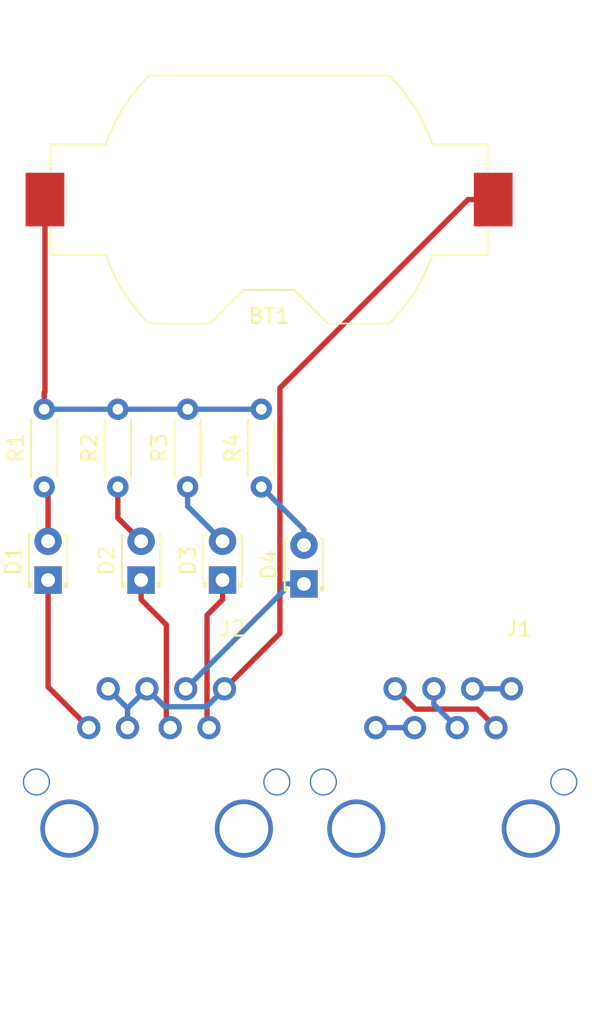
<source format=kicad_pcb>
(kicad_pcb (version 4) (host pcbnew 4.0.7)

  (general
    (links 20)
    (no_connects 0)
    (area 122.495 61.621999 161.644001 128.624001)
    (thickness 1.6)
    (drawings 4)
    (tracks 44)
    (zones 0)
    (modules 11)
    (nets 15)
  )

  (page A4)
  (layers
    (0 F.Cu signal)
    (31 B.Cu signal)
    (32 B.Adhes user)
    (33 F.Adhes user)
    (34 B.Paste user)
    (35 F.Paste user)
    (36 B.SilkS user)
    (37 F.SilkS user)
    (38 B.Mask user)
    (39 F.Mask user)
    (40 Dwgs.User user)
    (41 Cmts.User user)
    (42 Eco1.User user)
    (43 Eco2.User user)
    (44 Edge.Cuts user)
    (45 Margin user)
    (46 B.CrtYd user)
    (47 F.CrtYd user)
    (48 B.Fab user)
    (49 F.Fab user)
  )

  (setup
    (last_trace_width 0.25)
    (trace_clearance 0.2)
    (zone_clearance 0.508)
    (zone_45_only no)
    (trace_min 0.2)
    (segment_width 0.2)
    (edge_width 0.15)
    (via_size 0.6)
    (via_drill 0.4)
    (via_min_size 0.4)
    (via_min_drill 0.3)
    (uvia_size 0.3)
    (uvia_drill 0.1)
    (uvias_allowed no)
    (uvia_min_size 0.2)
    (uvia_min_drill 0.1)
    (pcb_text_width 0.3)
    (pcb_text_size 1.5 1.5)
    (mod_edge_width 0.15)
    (mod_text_size 1 1)
    (mod_text_width 0.15)
    (pad_size 1.524 1.524)
    (pad_drill 0.762)
    (pad_to_mask_clearance 0.2)
    (aux_axis_origin 0 0)
    (visible_elements FFFFFF7F)
    (pcbplotparams
      (layerselection 0x00030_80000001)
      (usegerberextensions false)
      (excludeedgelayer true)
      (linewidth 0.100000)
      (plotframeref false)
      (viasonmask false)
      (mode 1)
      (useauxorigin false)
      (hpglpennumber 1)
      (hpglpenspeed 20)
      (hpglpendiameter 15)
      (hpglpenoverlay 2)
      (psnegative false)
      (psa4output false)
      (plotreference true)
      (plotvalue true)
      (plotinvisibletext false)
      (padsonsilk false)
      (subtractmaskfromsilk false)
      (outputformat 1)
      (mirror false)
      (drillshape 1)
      (scaleselection 1)
      (outputdirectory drawings/))
  )

  (net 0 "")
  (net 1 "Net-(BT1-Pad1)")
  (net 2 "Net-(BT1-Pad2)")
  (net 3 "Net-(D1-Pad1)")
  (net 4 "Net-(D1-Pad2)")
  (net 5 "Net-(D2-Pad1)")
  (net 6 "Net-(D2-Pad2)")
  (net 7 "Net-(D3-Pad1)")
  (net 8 "Net-(D3-Pad2)")
  (net 9 "Net-(D4-Pad1)")
  (net 10 "Net-(D4-Pad2)")
  (net 11 "Net-(J1-Pad7)")
  (net 12 "Net-(J1-Pad3)")
  (net 13 "Net-(J1-Pad4)")
  (net 14 "Net-(J1-Pad1)")

  (net_class Default "To jest domyślna klasa połączeń."
    (clearance 0.2)
    (trace_width 0.25)
    (via_dia 0.6)
    (via_drill 0.4)
    (uvia_dia 0.3)
    (uvia_drill 0.1)
  )

  (net_class main ""
    (clearance 0.2)
    (trace_width 0.35)
    (via_dia 0.6)
    (via_drill 0.4)
    (uvia_dia 0.3)
    (uvia_drill 0.1)
    (add_net "Net-(BT1-Pad1)")
    (add_net "Net-(BT1-Pad2)")
    (add_net "Net-(D1-Pad1)")
    (add_net "Net-(D1-Pad2)")
    (add_net "Net-(D2-Pad1)")
    (add_net "Net-(D2-Pad2)")
    (add_net "Net-(D3-Pad1)")
    (add_net "Net-(D3-Pad2)")
    (add_net "Net-(D4-Pad1)")
    (add_net "Net-(D4-Pad2)")
    (add_net "Net-(J1-Pad1)")
    (add_net "Net-(J1-Pad3)")
    (add_net "Net-(J1-Pad4)")
    (add_net "Net-(J1-Pad7)")
  )

  (module Battery_Holders:Keystone_1058_1x2032-CoinCell (layer F.Cu) (tedit 589EE147) (tstamp 5BBA2F51)
    (at 140.208 74.676)
    (descr http://www.keyelco.com/product-pdf.cfm?p=14028)
    (tags "Keystone type 1058 coin cell retainer")
    (path /5BBA2BBC)
    (attr smd)
    (fp_text reference BT1 (at 0 7.62) (layer F.SilkS)
      (effects (font (size 1 1) (thickness 0.15)))
    )
    (fp_text value +3,3V (at 0 -9.398) (layer F.Fab)
      (effects (font (size 1 1) (thickness 0.15)))
    )
    (fp_arc (start 0 0) (end 11.06 4.11) (angle 139.2) (layer F.CrtYd) (width 0.05))
    (fp_arc (start 0 0) (end -11.06 -4.11) (angle 139.2) (layer F.CrtYd) (width 0.05))
    (fp_line (start 11.06 4.11) (end 16.45 4.11) (layer F.CrtYd) (width 0.05))
    (fp_line (start 16.45 4.11) (end 16.45 -4.11) (layer F.CrtYd) (width 0.05))
    (fp_line (start 16.45 -4.11) (end 11.06 -4.11) (layer F.CrtYd) (width 0.05))
    (fp_line (start -16.45 -4.11) (end -11.06 -4.11) (layer F.CrtYd) (width 0.05))
    (fp_line (start -16.45 -4.11) (end -16.45 4.11) (layer F.CrtYd) (width 0.05))
    (fp_line (start -16.45 4.11) (end -11.06 4.11) (layer F.CrtYd) (width 0.05))
    (fp_arc (start 0 0) (end -10.692 3.61) (angle -27.3) (layer F.SilkS) (width 0.12))
    (fp_arc (start 0 0) (end 10.692 -3.61) (angle -27.3) (layer F.SilkS) (width 0.12))
    (fp_arc (start 0 0) (end 10.692 3.61) (angle 27.3) (layer F.SilkS) (width 0.12))
    (fp_arc (start 0 0) (end -10.692 -3.61) (angle 27.3) (layer F.SilkS) (width 0.12))
    (fp_line (start -14.31 1.9) (end -14.31 3.61) (layer F.SilkS) (width 0.12))
    (fp_line (start -10.692 3.61) (end -14.31 3.61) (layer F.SilkS) (width 0.12))
    (fp_line (start -3.86 8.11) (end -7.8473 8.11) (layer F.SilkS) (width 0.12))
    (fp_line (start -1.66 5.91) (end -3.86 8.11) (layer F.SilkS) (width 0.12))
    (fp_line (start 1.66 5.91) (end -1.66 5.91) (layer F.SilkS) (width 0.12))
    (fp_line (start 1.66 5.91) (end 3.86 8.11) (layer F.SilkS) (width 0.12))
    (fp_line (start 7.8473 8.11) (end 3.86 8.11) (layer F.SilkS) (width 0.12))
    (fp_line (start 14.31 1.9) (end 14.31 3.61) (layer F.SilkS) (width 0.12))
    (fp_line (start 14.31 3.61) (end 10.692 3.61) (layer F.SilkS) (width 0.12))
    (fp_line (start 10.692 -3.61) (end 14.31 -3.61) (layer F.SilkS) (width 0.12))
    (fp_line (start 14.31 -1.9) (end 14.31 -3.61) (layer F.SilkS) (width 0.12))
    (fp_line (start -7.8473 -8.11) (end 7.8473 -8.11) (layer F.SilkS) (width 0.12))
    (fp_line (start -14.31 -1.9) (end -14.31 -3.61) (layer F.SilkS) (width 0.12))
    (fp_line (start -14.31 -3.61) (end -10.692 -3.61) (layer F.SilkS) (width 0.12))
    (fp_arc (start 0 0) (end -10.61275 3.5) (angle -27.4635) (layer F.Fab) (width 0.1))
    (fp_arc (start 0 0) (end 10.61275 -3.5) (angle -27.4635) (layer F.Fab) (width 0.1))
    (fp_arc (start 0 0) (end 10.61275 3.5) (angle 27.4635) (layer F.Fab) (width 0.1))
    (fp_line (start 14.2 1.9) (end 14.2 3.5) (layer F.Fab) (width 0.1))
    (fp_line (start 14.2 3.5) (end 10.61275 3.5) (layer F.Fab) (width 0.1))
    (fp_line (start 10.61275 -3.5) (end 14.2 -3.5) (layer F.Fab) (width 0.1))
    (fp_line (start 14.2 -3.5) (end 14.2 -1.9) (layer F.Fab) (width 0.1))
    (fp_line (start -14.2 1.9) (end -14.2 3.5) (layer F.Fab) (width 0.1))
    (fp_line (start -14.2 3.5) (end -10.61275 3.5) (layer F.Fab) (width 0.1))
    (fp_line (start 3.9 8) (end 7.8026 8) (layer F.Fab) (width 0.1))
    (fp_line (start 1.7 5.8) (end 3.9 8) (layer F.Fab) (width 0.1))
    (fp_line (start -1.7 5.8) (end -3.9 8) (layer F.Fab) (width 0.1))
    (fp_line (start -1.7 5.8) (end 1.7 5.8) (layer F.Fab) (width 0.1))
    (fp_line (start -14.2 -3.5) (end -10.61275 -3.5) (layer F.Fab) (width 0.1))
    (fp_line (start -14.2 -3.5) (end -14.2 -1.9) (layer F.Fab) (width 0.1))
    (fp_line (start -3.9 8) (end -7.8026 8) (layer F.Fab) (width 0.1))
    (fp_line (start -7.8026 -8) (end 7.8026 -8) (layer F.Fab) (width 0.1))
    (fp_arc (start 0 0) (end -10.61275 -3.5) (angle 27.4635) (layer F.Fab) (width 0.1))
    (fp_circle (center 0 0) (end 10 0) (layer Dwgs.User) (width 0.15))
    (pad 1 smd rect (at -14.68 0) (size 2.54 3.51) (layers F.Cu F.Paste F.Mask)
      (net 1 "Net-(BT1-Pad1)"))
    (pad 2 smd rect (at 14.68 0) (size 2.54 3.51) (layers F.Cu F.Paste F.Mask)
      (net 2 "Net-(BT1-Pad2)"))
    (model ../../../../../home/majsterklepka/Dokumenty/Kicad/Library/cr_20132_holder.wrl
      (at (xyz 0 0 0))
      (scale (xyz 0.4 0.4 0.4))
      (rotate (xyz -90 0 0))
    )
  )

  (module LEDs:LED_D1.8mm_W3.3mm_H2.4mm (layer F.Cu) (tedit 5880A862) (tstamp 5BBA2F57)
    (at 125.73 99.568 90)
    (descr "LED, Round,  Rectangular size 3.3x2.4mm^2 diameter 1.8mm, 2 pins")
    (tags "LED Round  Rectangular size 3.3x2.4mm^2 diameter 1.8mm 2 pins")
    (path /5BBA2BB4)
    (fp_text reference D1 (at 1.27 -2.26 90) (layer F.SilkS)
      (effects (font (size 1 1) (thickness 0.15)))
    )
    (fp_text value GREEN (at 1.27 2.26 90) (layer F.Fab)
      (effects (font (size 1 1) (thickness 0.15)))
    )
    (fp_circle (center 1.27 0) (end 2.17 0) (layer F.Fab) (width 0.1))
    (fp_line (start -0.38 -1.2) (end -0.38 1.2) (layer F.Fab) (width 0.1))
    (fp_line (start -0.38 1.2) (end 2.92 1.2) (layer F.Fab) (width 0.1))
    (fp_line (start 2.92 1.2) (end 2.92 -1.2) (layer F.Fab) (width 0.1))
    (fp_line (start 2.92 -1.2) (end -0.38 -1.2) (layer F.Fab) (width 0.1))
    (fp_line (start -0.44 -1.26) (end 2.98 -1.26) (layer F.SilkS) (width 0.12))
    (fp_line (start -0.44 1.26) (end 2.98 1.26) (layer F.SilkS) (width 0.12))
    (fp_line (start -0.44 -1.26) (end -0.44 -1.08) (layer F.SilkS) (width 0.12))
    (fp_line (start -0.44 1.08) (end -0.44 1.26) (layer F.SilkS) (width 0.12))
    (fp_line (start 2.98 -1.26) (end 2.98 -1.095) (layer F.SilkS) (width 0.12))
    (fp_line (start 2.98 1.095) (end 2.98 1.26) (layer F.SilkS) (width 0.12))
    (fp_line (start -0.32 -1.26) (end -0.32 -1.08) (layer F.SilkS) (width 0.12))
    (fp_line (start -0.32 1.08) (end -0.32 1.26) (layer F.SilkS) (width 0.12))
    (fp_line (start -0.2 -1.26) (end -0.2 -1.08) (layer F.SilkS) (width 0.12))
    (fp_line (start -0.2 1.08) (end -0.2 1.26) (layer F.SilkS) (width 0.12))
    (fp_line (start -1.15 -1.55) (end -1.15 1.55) (layer F.CrtYd) (width 0.05))
    (fp_line (start -1.15 1.55) (end 3.7 1.55) (layer F.CrtYd) (width 0.05))
    (fp_line (start 3.7 1.55) (end 3.7 -1.55) (layer F.CrtYd) (width 0.05))
    (fp_line (start 3.7 -1.55) (end -1.15 -1.55) (layer F.CrtYd) (width 0.05))
    (pad 1 thru_hole rect (at 0 0 90) (size 1.8 1.8) (drill 0.9) (layers *.Cu *.Mask)
      (net 3 "Net-(D1-Pad1)"))
    (pad 2 thru_hole circle (at 2.54 0 90) (size 1.8 1.8) (drill 0.9) (layers *.Cu *.Mask)
      (net 4 "Net-(D1-Pad2)"))
    (model ${KISYS3DMOD}/LEDs.3dshapes/LED_D1.8mm_W3.3mm_H2.4mm.wrl
      (at (xyz 0 0 0))
      (scale (xyz 0.393701 0.393701 0.393701))
      (rotate (xyz 0 0 0))
    )
  )

  (module LEDs:LED_D1.8mm_W3.3mm_H2.4mm (layer F.Cu) (tedit 5880A862) (tstamp 5BBA2F5D)
    (at 131.826 99.568 90)
    (descr "LED, Round,  Rectangular size 3.3x2.4mm^2 diameter 1.8mm, 2 pins")
    (tags "LED Round  Rectangular size 3.3x2.4mm^2 diameter 1.8mm 2 pins")
    (path /5BBA2BB5)
    (fp_text reference D2 (at 1.27 -2.26 90) (layer F.SilkS)
      (effects (font (size 1 1) (thickness 0.15)))
    )
    (fp_text value YELLOW (at 1.27 2.26 90) (layer F.Fab)
      (effects (font (size 1 1) (thickness 0.15)))
    )
    (fp_circle (center 1.27 0) (end 2.17 0) (layer F.Fab) (width 0.1))
    (fp_line (start -0.38 -1.2) (end -0.38 1.2) (layer F.Fab) (width 0.1))
    (fp_line (start -0.38 1.2) (end 2.92 1.2) (layer F.Fab) (width 0.1))
    (fp_line (start 2.92 1.2) (end 2.92 -1.2) (layer F.Fab) (width 0.1))
    (fp_line (start 2.92 -1.2) (end -0.38 -1.2) (layer F.Fab) (width 0.1))
    (fp_line (start -0.44 -1.26) (end 2.98 -1.26) (layer F.SilkS) (width 0.12))
    (fp_line (start -0.44 1.26) (end 2.98 1.26) (layer F.SilkS) (width 0.12))
    (fp_line (start -0.44 -1.26) (end -0.44 -1.08) (layer F.SilkS) (width 0.12))
    (fp_line (start -0.44 1.08) (end -0.44 1.26) (layer F.SilkS) (width 0.12))
    (fp_line (start 2.98 -1.26) (end 2.98 -1.095) (layer F.SilkS) (width 0.12))
    (fp_line (start 2.98 1.095) (end 2.98 1.26) (layer F.SilkS) (width 0.12))
    (fp_line (start -0.32 -1.26) (end -0.32 -1.08) (layer F.SilkS) (width 0.12))
    (fp_line (start -0.32 1.08) (end -0.32 1.26) (layer F.SilkS) (width 0.12))
    (fp_line (start -0.2 -1.26) (end -0.2 -1.08) (layer F.SilkS) (width 0.12))
    (fp_line (start -0.2 1.08) (end -0.2 1.26) (layer F.SilkS) (width 0.12))
    (fp_line (start -1.15 -1.55) (end -1.15 1.55) (layer F.CrtYd) (width 0.05))
    (fp_line (start -1.15 1.55) (end 3.7 1.55) (layer F.CrtYd) (width 0.05))
    (fp_line (start 3.7 1.55) (end 3.7 -1.55) (layer F.CrtYd) (width 0.05))
    (fp_line (start 3.7 -1.55) (end -1.15 -1.55) (layer F.CrtYd) (width 0.05))
    (pad 1 thru_hole rect (at 0 0 90) (size 1.8 1.8) (drill 0.9) (layers *.Cu *.Mask)
      (net 5 "Net-(D2-Pad1)"))
    (pad 2 thru_hole circle (at 2.54 0 90) (size 1.8 1.8) (drill 0.9) (layers *.Cu *.Mask)
      (net 6 "Net-(D2-Pad2)"))
    (model ${KISYS3DMOD}/LEDs.3dshapes/LED_D1.8mm_W3.3mm_H2.4mm.wrl
      (at (xyz 0 0 0))
      (scale (xyz 0.393701 0.393701 0.393701))
      (rotate (xyz 0 0 0))
    )
  )

  (module LEDs:LED_D1.8mm_W3.3mm_H2.4mm (layer F.Cu) (tedit 5880A862) (tstamp 5BBA2F63)
    (at 137.16 99.568 90)
    (descr "LED, Round,  Rectangular size 3.3x2.4mm^2 diameter 1.8mm, 2 pins")
    (tags "LED Round  Rectangular size 3.3x2.4mm^2 diameter 1.8mm 2 pins")
    (path /5BBA2BB6)
    (fp_text reference D3 (at 1.27 -2.26 90) (layer F.SilkS)
      (effects (font (size 1 1) (thickness 0.15)))
    )
    (fp_text value GREEN (at 1.27 2.26 90) (layer F.Fab)
      (effects (font (size 1 1) (thickness 0.15)))
    )
    (fp_circle (center 1.27 0) (end 2.17 0) (layer F.Fab) (width 0.1))
    (fp_line (start -0.38 -1.2) (end -0.38 1.2) (layer F.Fab) (width 0.1))
    (fp_line (start -0.38 1.2) (end 2.92 1.2) (layer F.Fab) (width 0.1))
    (fp_line (start 2.92 1.2) (end 2.92 -1.2) (layer F.Fab) (width 0.1))
    (fp_line (start 2.92 -1.2) (end -0.38 -1.2) (layer F.Fab) (width 0.1))
    (fp_line (start -0.44 -1.26) (end 2.98 -1.26) (layer F.SilkS) (width 0.12))
    (fp_line (start -0.44 1.26) (end 2.98 1.26) (layer F.SilkS) (width 0.12))
    (fp_line (start -0.44 -1.26) (end -0.44 -1.08) (layer F.SilkS) (width 0.12))
    (fp_line (start -0.44 1.08) (end -0.44 1.26) (layer F.SilkS) (width 0.12))
    (fp_line (start 2.98 -1.26) (end 2.98 -1.095) (layer F.SilkS) (width 0.12))
    (fp_line (start 2.98 1.095) (end 2.98 1.26) (layer F.SilkS) (width 0.12))
    (fp_line (start -0.32 -1.26) (end -0.32 -1.08) (layer F.SilkS) (width 0.12))
    (fp_line (start -0.32 1.08) (end -0.32 1.26) (layer F.SilkS) (width 0.12))
    (fp_line (start -0.2 -1.26) (end -0.2 -1.08) (layer F.SilkS) (width 0.12))
    (fp_line (start -0.2 1.08) (end -0.2 1.26) (layer F.SilkS) (width 0.12))
    (fp_line (start -1.15 -1.55) (end -1.15 1.55) (layer F.CrtYd) (width 0.05))
    (fp_line (start -1.15 1.55) (end 3.7 1.55) (layer F.CrtYd) (width 0.05))
    (fp_line (start 3.7 1.55) (end 3.7 -1.55) (layer F.CrtYd) (width 0.05))
    (fp_line (start 3.7 -1.55) (end -1.15 -1.55) (layer F.CrtYd) (width 0.05))
    (pad 1 thru_hole rect (at 0 0 90) (size 1.8 1.8) (drill 0.9) (layers *.Cu *.Mask)
      (net 7 "Net-(D3-Pad1)"))
    (pad 2 thru_hole circle (at 2.54 0 90) (size 1.8 1.8) (drill 0.9) (layers *.Cu *.Mask)
      (net 8 "Net-(D3-Pad2)"))
    (model ${KISYS3DMOD}/LEDs.3dshapes/LED_D1.8mm_W3.3mm_H2.4mm.wrl
      (at (xyz 0 0 0))
      (scale (xyz 0.393701 0.393701 0.393701))
      (rotate (xyz 0 0 0))
    )
  )

  (module LEDs:LED_D1.8mm_W3.3mm_H2.4mm (layer F.Cu) (tedit 5880A862) (tstamp 5BBA2F69)
    (at 142.494 99.822 90)
    (descr "LED, Round,  Rectangular size 3.3x2.4mm^2 diameter 1.8mm, 2 pins")
    (tags "LED Round  Rectangular size 3.3x2.4mm^2 diameter 1.8mm 2 pins")
    (path /5BBA2BB7)
    (fp_text reference D4 (at 1.27 -2.26 90) (layer F.SilkS)
      (effects (font (size 1 1) (thickness 0.15)))
    )
    (fp_text value GREEN (at 1.27 2.26 90) (layer F.Fab)
      (effects (font (size 1 1) (thickness 0.15)))
    )
    (fp_circle (center 1.27 0) (end 2.17 0) (layer F.Fab) (width 0.1))
    (fp_line (start -0.38 -1.2) (end -0.38 1.2) (layer F.Fab) (width 0.1))
    (fp_line (start -0.38 1.2) (end 2.92 1.2) (layer F.Fab) (width 0.1))
    (fp_line (start 2.92 1.2) (end 2.92 -1.2) (layer F.Fab) (width 0.1))
    (fp_line (start 2.92 -1.2) (end -0.38 -1.2) (layer F.Fab) (width 0.1))
    (fp_line (start -0.44 -1.26) (end 2.98 -1.26) (layer F.SilkS) (width 0.12))
    (fp_line (start -0.44 1.26) (end 2.98 1.26) (layer F.SilkS) (width 0.12))
    (fp_line (start -0.44 -1.26) (end -0.44 -1.08) (layer F.SilkS) (width 0.12))
    (fp_line (start -0.44 1.08) (end -0.44 1.26) (layer F.SilkS) (width 0.12))
    (fp_line (start 2.98 -1.26) (end 2.98 -1.095) (layer F.SilkS) (width 0.12))
    (fp_line (start 2.98 1.095) (end 2.98 1.26) (layer F.SilkS) (width 0.12))
    (fp_line (start -0.32 -1.26) (end -0.32 -1.08) (layer F.SilkS) (width 0.12))
    (fp_line (start -0.32 1.08) (end -0.32 1.26) (layer F.SilkS) (width 0.12))
    (fp_line (start -0.2 -1.26) (end -0.2 -1.08) (layer F.SilkS) (width 0.12))
    (fp_line (start -0.2 1.08) (end -0.2 1.26) (layer F.SilkS) (width 0.12))
    (fp_line (start -1.15 -1.55) (end -1.15 1.55) (layer F.CrtYd) (width 0.05))
    (fp_line (start -1.15 1.55) (end 3.7 1.55) (layer F.CrtYd) (width 0.05))
    (fp_line (start 3.7 1.55) (end 3.7 -1.55) (layer F.CrtYd) (width 0.05))
    (fp_line (start 3.7 -1.55) (end -1.15 -1.55) (layer F.CrtYd) (width 0.05))
    (pad 1 thru_hole rect (at 0 0 90) (size 1.8 1.8) (drill 0.9) (layers *.Cu *.Mask)
      (net 9 "Net-(D4-Pad1)"))
    (pad 2 thru_hole circle (at 2.54 0 90) (size 1.8 1.8) (drill 0.9) (layers *.Cu *.Mask)
      (net 10 "Net-(D4-Pad2)"))
    (model ${KISYS3DMOD}/LEDs.3dshapes/LED_D1.8mm_W3.3mm_H2.4mm.wrl
      (at (xyz 0 0 0))
      (scale (xyz 0.393701 0.393701 0.393701))
      (rotate (xyz 0 0 0))
    )
  )

  (module standard:rj45_standard (layer F.Cu) (tedit 5BBA2D6E) (tstamp 5BBA2F81)
    (at 151.638 115.57)
    (path /5BBA2BBD)
    (fp_text reference J1 (at 4.953 -12.827 180) (layer F.SilkS)
      (effects (font (size 1 1) (thickness 0.15)))
    )
    (fp_text value RJ45_J0026D01 (at -3.048 -12.827) (layer F.Fab)
      (effects (font (size 1 1) (thickness 0.15)))
    )
    (fp_line (start -8.636 11.811) (end 8.636 11.811) (layer F.Fab) (width 0.15))
    (fp_line (start -8.636 -11.938) (end 8.636 -11.938) (layer F.Fab) (width 0.15))
    (fp_line (start 8.636 -11.938) (end 8.636 11.811) (layer F.Fab) (width 0.15))
    (fp_line (start -8.636 -11.938) (end -8.636 11.811) (layer F.Fab) (width 0.15))
    (fp_line (start -8.128 11.049) (end 8.128 11.049) (layer F.CrtYd) (width 0.15))
    (fp_line (start -8.128 -11.176) (end -8.128 11.049) (layer F.CrtYd) (width 0.15))
    (fp_line (start 8.128 -11.176) (end 8.128 11.049) (layer F.CrtYd) (width 0.15))
    (fp_line (start -8.128 -11.176) (end 8.128 -11.176) (layer F.CrtYd) (width 0.15))
    (pad 9 thru_hole circle (at 7.874 -2.794 180) (size 1.778 1.778) (drill 1.6002) (layers *.Cu *.Mask))
    (pad 8 thru_hole circle (at 4.445 -8.89) (size 1.524 1.524) (drill 0.889) (layers *.Cu *.Mask)
      (net 11 "Net-(J1-Pad7)"))
    (pad 7 thru_hole circle (at 1.905 -8.89) (size 1.524 1.524) (drill 0.889) (layers *.Cu *.Mask)
      (net 11 "Net-(J1-Pad7)"))
    (pad 6 thru_hole circle (at -0.635 -8.89) (size 1.524 1.524) (drill 0.889) (layers *.Cu *.Mask)
      (net 12 "Net-(J1-Pad3)"))
    (pad 5 thru_hole circle (at -3.175 -8.89) (size 1.524 1.524) (drill 0.889) (layers *.Cu *.Mask)
      (net 13 "Net-(J1-Pad4)"))
    (pad 4 thru_hole circle (at 3.429 -6.35) (size 1.524 1.524) (drill 0.889) (layers *.Cu *.Mask)
      (net 13 "Net-(J1-Pad4)"))
    (pad 1 thru_hole circle (at -4.445 -6.35) (size 1.524 1.524) (drill 0.889) (layers *.Cu *.Mask)
      (net 14 "Net-(J1-Pad1)"))
    (pad 3 thru_hole circle (at 0.889 -6.35) (size 1.524 1.524) (drill 0.889) (layers *.Cu *.Mask)
      (net 12 "Net-(J1-Pad3)"))
    (pad 2 thru_hole circle (at -1.905 -6.35) (size 1.524 1.524) (drill 0.889) (layers *.Cu *.Mask)
      (net 14 "Net-(J1-Pad1)"))
    (pad "" thru_hole circle (at -5.715 0.254 180) (size 3.81 3.81) (drill 3.2004) (layers *.Cu *.Mask)
      (zone_connect 0))
    (pad "" thru_hole circle (at 5.715 0.254 180) (size 3.81 3.81) (drill 3.2004) (layers *.Cu *.Mask)
      (zone_connect 0))
    (pad 9 thru_hole circle (at -7.874 -2.794 180) (size 1.778 1.778) (drill 1.6002) (layers *.Cu *.Mask))
    (model Connectors.3dshapes/RJ45_8.wrl
      (at (xyz 0 0 0))
      (scale (xyz 0.4 0.4 0.4))
      (rotate (xyz 0 0 0))
    )
  )

  (module standard:rj45_standard (layer F.Cu) (tedit 5BBA2D6E) (tstamp 5BBA2F99)
    (at 132.842 115.57)
    (path /5BBA2BBE)
    (fp_text reference J2 (at 4.953 -12.827 180) (layer F.SilkS)
      (effects (font (size 1 1) (thickness 0.15)))
    )
    (fp_text value RJ45_J0026D01 (at -3.048 -12.827) (layer F.Fab)
      (effects (font (size 1 1) (thickness 0.15)))
    )
    (fp_line (start -8.636 11.811) (end 8.636 11.811) (layer F.Fab) (width 0.15))
    (fp_line (start -8.636 -11.938) (end 8.636 -11.938) (layer F.Fab) (width 0.15))
    (fp_line (start 8.636 -11.938) (end 8.636 11.811) (layer F.Fab) (width 0.15))
    (fp_line (start -8.636 -11.938) (end -8.636 11.811) (layer F.Fab) (width 0.15))
    (fp_line (start -8.128 11.049) (end 8.128 11.049) (layer F.CrtYd) (width 0.15))
    (fp_line (start -8.128 -11.176) (end -8.128 11.049) (layer F.CrtYd) (width 0.15))
    (fp_line (start 8.128 -11.176) (end 8.128 11.049) (layer F.CrtYd) (width 0.15))
    (fp_line (start -8.128 -11.176) (end 8.128 -11.176) (layer F.CrtYd) (width 0.15))
    (pad 9 thru_hole circle (at 7.874 -2.794 180) (size 1.778 1.778) (drill 1.6002) (layers *.Cu *.Mask))
    (pad 8 thru_hole circle (at 4.445 -8.89) (size 1.524 1.524) (drill 0.889) (layers *.Cu *.Mask)
      (net 2 "Net-(BT1-Pad2)"))
    (pad 7 thru_hole circle (at 1.905 -8.89) (size 1.524 1.524) (drill 0.889) (layers *.Cu *.Mask)
      (net 9 "Net-(D4-Pad1)"))
    (pad 6 thru_hole circle (at -0.635 -8.89) (size 1.524 1.524) (drill 0.889) (layers *.Cu *.Mask)
      (net 2 "Net-(BT1-Pad2)"))
    (pad 5 thru_hole circle (at -3.175 -8.89) (size 1.524 1.524) (drill 0.889) (layers *.Cu *.Mask)
      (net 2 "Net-(BT1-Pad2)"))
    (pad 4 thru_hole circle (at 3.429 -6.35) (size 1.524 1.524) (drill 0.889) (layers *.Cu *.Mask)
      (net 7 "Net-(D3-Pad1)"))
    (pad 1 thru_hole circle (at -4.445 -6.35) (size 1.524 1.524) (drill 0.889) (layers *.Cu *.Mask)
      (net 3 "Net-(D1-Pad1)"))
    (pad 3 thru_hole circle (at 0.889 -6.35) (size 1.524 1.524) (drill 0.889) (layers *.Cu *.Mask)
      (net 5 "Net-(D2-Pad1)"))
    (pad 2 thru_hole circle (at -1.905 -6.35) (size 1.524 1.524) (drill 0.889) (layers *.Cu *.Mask)
      (net 2 "Net-(BT1-Pad2)"))
    (pad "" thru_hole circle (at -5.715 0.254 180) (size 3.81 3.81) (drill 3.2004) (layers *.Cu *.Mask)
      (zone_connect 0))
    (pad "" thru_hole circle (at 5.715 0.254 180) (size 3.81 3.81) (drill 3.2004) (layers *.Cu *.Mask)
      (zone_connect 0))
    (pad 9 thru_hole circle (at -7.874 -2.794 180) (size 1.778 1.778) (drill 1.6002) (layers *.Cu *.Mask))
    (model Connectors.3dshapes/RJ45_8.wrl
      (at (xyz 0 0 0))
      (scale (xyz 0.4 0.4 0.4))
      (rotate (xyz 0 0 0))
    )
  )

  (module Resistors_THT:R_Axial_DIN0204_L3.6mm_D1.6mm_P5.08mm_Horizontal (layer F.Cu) (tedit 5874F706) (tstamp 5BBA2F9F)
    (at 125.476 93.472 90)
    (descr "Resistor, Axial_DIN0204 series, Axial, Horizontal, pin pitch=5.08mm, 0.16666666666666666W = 1/6W, length*diameter=3.6*1.6mm^2, http://cdn-reichelt.de/documents/datenblatt/B400/1_4W%23YAG.pdf")
    (tags "Resistor Axial_DIN0204 series Axial Horizontal pin pitch 5.08mm 0.16666666666666666W = 1/6W length 3.6mm diameter 1.6mm")
    (path /5BBA2BB8)
    (fp_text reference R1 (at 2.54 -1.86 90) (layer F.SilkS)
      (effects (font (size 1 1) (thickness 0.15)))
    )
    (fp_text value 330 (at 2.54 1.86 90) (layer F.Fab)
      (effects (font (size 1 1) (thickness 0.15)))
    )
    (fp_line (start 0.74 -0.8) (end 0.74 0.8) (layer F.Fab) (width 0.1))
    (fp_line (start 0.74 0.8) (end 4.34 0.8) (layer F.Fab) (width 0.1))
    (fp_line (start 4.34 0.8) (end 4.34 -0.8) (layer F.Fab) (width 0.1))
    (fp_line (start 4.34 -0.8) (end 0.74 -0.8) (layer F.Fab) (width 0.1))
    (fp_line (start 0 0) (end 0.74 0) (layer F.Fab) (width 0.1))
    (fp_line (start 5.08 0) (end 4.34 0) (layer F.Fab) (width 0.1))
    (fp_line (start 0.68 -0.86) (end 4.4 -0.86) (layer F.SilkS) (width 0.12))
    (fp_line (start 0.68 0.86) (end 4.4 0.86) (layer F.SilkS) (width 0.12))
    (fp_line (start -0.95 -1.15) (end -0.95 1.15) (layer F.CrtYd) (width 0.05))
    (fp_line (start -0.95 1.15) (end 6.05 1.15) (layer F.CrtYd) (width 0.05))
    (fp_line (start 6.05 1.15) (end 6.05 -1.15) (layer F.CrtYd) (width 0.05))
    (fp_line (start 6.05 -1.15) (end -0.95 -1.15) (layer F.CrtYd) (width 0.05))
    (pad 1 thru_hole circle (at 0 0 90) (size 1.4 1.4) (drill 0.7) (layers *.Cu *.Mask)
      (net 4 "Net-(D1-Pad2)"))
    (pad 2 thru_hole oval (at 5.08 0 90) (size 1.4 1.4) (drill 0.7) (layers *.Cu *.Mask)
      (net 1 "Net-(BT1-Pad1)"))
    (model ${KISYS3DMOD}/Resistors_THT.3dshapes/R_Axial_DIN0204_L3.6mm_D1.6mm_P5.08mm_Horizontal.wrl
      (at (xyz 0 0 0))
      (scale (xyz 0.393701 0.393701 0.393701))
      (rotate (xyz 0 0 0))
    )
  )

  (module Resistors_THT:R_Axial_DIN0204_L3.6mm_D1.6mm_P5.08mm_Horizontal (layer F.Cu) (tedit 5874F706) (tstamp 5BBA2FA5)
    (at 130.302 93.472 90)
    (descr "Resistor, Axial_DIN0204 series, Axial, Horizontal, pin pitch=5.08mm, 0.16666666666666666W = 1/6W, length*diameter=3.6*1.6mm^2, http://cdn-reichelt.de/documents/datenblatt/B400/1_4W%23YAG.pdf")
    (tags "Resistor Axial_DIN0204 series Axial Horizontal pin pitch 5.08mm 0.16666666666666666W = 1/6W length 3.6mm diameter 1.6mm")
    (path /5BBA2BB9)
    (fp_text reference R2 (at 2.54 -1.86 90) (layer F.SilkS)
      (effects (font (size 1 1) (thickness 0.15)))
    )
    (fp_text value 330 (at 2.54 1.86 90) (layer F.Fab)
      (effects (font (size 1 1) (thickness 0.15)))
    )
    (fp_line (start 0.74 -0.8) (end 0.74 0.8) (layer F.Fab) (width 0.1))
    (fp_line (start 0.74 0.8) (end 4.34 0.8) (layer F.Fab) (width 0.1))
    (fp_line (start 4.34 0.8) (end 4.34 -0.8) (layer F.Fab) (width 0.1))
    (fp_line (start 4.34 -0.8) (end 0.74 -0.8) (layer F.Fab) (width 0.1))
    (fp_line (start 0 0) (end 0.74 0) (layer F.Fab) (width 0.1))
    (fp_line (start 5.08 0) (end 4.34 0) (layer F.Fab) (width 0.1))
    (fp_line (start 0.68 -0.86) (end 4.4 -0.86) (layer F.SilkS) (width 0.12))
    (fp_line (start 0.68 0.86) (end 4.4 0.86) (layer F.SilkS) (width 0.12))
    (fp_line (start -0.95 -1.15) (end -0.95 1.15) (layer F.CrtYd) (width 0.05))
    (fp_line (start -0.95 1.15) (end 6.05 1.15) (layer F.CrtYd) (width 0.05))
    (fp_line (start 6.05 1.15) (end 6.05 -1.15) (layer F.CrtYd) (width 0.05))
    (fp_line (start 6.05 -1.15) (end -0.95 -1.15) (layer F.CrtYd) (width 0.05))
    (pad 1 thru_hole circle (at 0 0 90) (size 1.4 1.4) (drill 0.7) (layers *.Cu *.Mask)
      (net 6 "Net-(D2-Pad2)"))
    (pad 2 thru_hole oval (at 5.08 0 90) (size 1.4 1.4) (drill 0.7) (layers *.Cu *.Mask)
      (net 1 "Net-(BT1-Pad1)"))
    (model ${KISYS3DMOD}/Resistors_THT.3dshapes/R_Axial_DIN0204_L3.6mm_D1.6mm_P5.08mm_Horizontal.wrl
      (at (xyz 0 0 0))
      (scale (xyz 0.393701 0.393701 0.393701))
      (rotate (xyz 0 0 0))
    )
  )

  (module Resistors_THT:R_Axial_DIN0204_L3.6mm_D1.6mm_P5.08mm_Horizontal (layer F.Cu) (tedit 5874F706) (tstamp 5BBA2FAB)
    (at 134.874 93.472 90)
    (descr "Resistor, Axial_DIN0204 series, Axial, Horizontal, pin pitch=5.08mm, 0.16666666666666666W = 1/6W, length*diameter=3.6*1.6mm^2, http://cdn-reichelt.de/documents/datenblatt/B400/1_4W%23YAG.pdf")
    (tags "Resistor Axial_DIN0204 series Axial Horizontal pin pitch 5.08mm 0.16666666666666666W = 1/6W length 3.6mm diameter 1.6mm")
    (path /5BBA2BBA)
    (fp_text reference R3 (at 2.54 -1.86 90) (layer F.SilkS)
      (effects (font (size 1 1) (thickness 0.15)))
    )
    (fp_text value 330 (at 2.54 1.86 90) (layer F.Fab)
      (effects (font (size 1 1) (thickness 0.15)))
    )
    (fp_line (start 0.74 -0.8) (end 0.74 0.8) (layer F.Fab) (width 0.1))
    (fp_line (start 0.74 0.8) (end 4.34 0.8) (layer F.Fab) (width 0.1))
    (fp_line (start 4.34 0.8) (end 4.34 -0.8) (layer F.Fab) (width 0.1))
    (fp_line (start 4.34 -0.8) (end 0.74 -0.8) (layer F.Fab) (width 0.1))
    (fp_line (start 0 0) (end 0.74 0) (layer F.Fab) (width 0.1))
    (fp_line (start 5.08 0) (end 4.34 0) (layer F.Fab) (width 0.1))
    (fp_line (start 0.68 -0.86) (end 4.4 -0.86) (layer F.SilkS) (width 0.12))
    (fp_line (start 0.68 0.86) (end 4.4 0.86) (layer F.SilkS) (width 0.12))
    (fp_line (start -0.95 -1.15) (end -0.95 1.15) (layer F.CrtYd) (width 0.05))
    (fp_line (start -0.95 1.15) (end 6.05 1.15) (layer F.CrtYd) (width 0.05))
    (fp_line (start 6.05 1.15) (end 6.05 -1.15) (layer F.CrtYd) (width 0.05))
    (fp_line (start 6.05 -1.15) (end -0.95 -1.15) (layer F.CrtYd) (width 0.05))
    (pad 1 thru_hole circle (at 0 0 90) (size 1.4 1.4) (drill 0.7) (layers *.Cu *.Mask)
      (net 8 "Net-(D3-Pad2)"))
    (pad 2 thru_hole oval (at 5.08 0 90) (size 1.4 1.4) (drill 0.7) (layers *.Cu *.Mask)
      (net 1 "Net-(BT1-Pad1)"))
    (model ${KISYS3DMOD}/Resistors_THT.3dshapes/R_Axial_DIN0204_L3.6mm_D1.6mm_P5.08mm_Horizontal.wrl
      (at (xyz 0 0 0))
      (scale (xyz 0.393701 0.393701 0.393701))
      (rotate (xyz 0 0 0))
    )
  )

  (module Resistors_THT:R_Axial_DIN0204_L3.6mm_D1.6mm_P5.08mm_Horizontal (layer F.Cu) (tedit 5874F706) (tstamp 5BBA2FB1)
    (at 139.7 93.472 90)
    (descr "Resistor, Axial_DIN0204 series, Axial, Horizontal, pin pitch=5.08mm, 0.16666666666666666W = 1/6W, length*diameter=3.6*1.6mm^2, http://cdn-reichelt.de/documents/datenblatt/B400/1_4W%23YAG.pdf")
    (tags "Resistor Axial_DIN0204 series Axial Horizontal pin pitch 5.08mm 0.16666666666666666W = 1/6W length 3.6mm diameter 1.6mm")
    (path /5BBA2BBB)
    (fp_text reference R4 (at 2.54 -1.86 90) (layer F.SilkS)
      (effects (font (size 1 1) (thickness 0.15)))
    )
    (fp_text value 330 (at 2.54 1.86 90) (layer F.Fab)
      (effects (font (size 1 1) (thickness 0.15)))
    )
    (fp_line (start 0.74 -0.8) (end 0.74 0.8) (layer F.Fab) (width 0.1))
    (fp_line (start 0.74 0.8) (end 4.34 0.8) (layer F.Fab) (width 0.1))
    (fp_line (start 4.34 0.8) (end 4.34 -0.8) (layer F.Fab) (width 0.1))
    (fp_line (start 4.34 -0.8) (end 0.74 -0.8) (layer F.Fab) (width 0.1))
    (fp_line (start 0 0) (end 0.74 0) (layer F.Fab) (width 0.1))
    (fp_line (start 5.08 0) (end 4.34 0) (layer F.Fab) (width 0.1))
    (fp_line (start 0.68 -0.86) (end 4.4 -0.86) (layer F.SilkS) (width 0.12))
    (fp_line (start 0.68 0.86) (end 4.4 0.86) (layer F.SilkS) (width 0.12))
    (fp_line (start -0.95 -1.15) (end -0.95 1.15) (layer F.CrtYd) (width 0.05))
    (fp_line (start -0.95 1.15) (end 6.05 1.15) (layer F.CrtYd) (width 0.05))
    (fp_line (start 6.05 1.15) (end 6.05 -1.15) (layer F.CrtYd) (width 0.05))
    (fp_line (start 6.05 -1.15) (end -0.95 -1.15) (layer F.CrtYd) (width 0.05))
    (pad 1 thru_hole circle (at 0 0 90) (size 1.4 1.4) (drill 0.7) (layers *.Cu *.Mask)
      (net 10 "Net-(D4-Pad2)"))
    (pad 2 thru_hole oval (at 5.08 0 90) (size 1.4 1.4) (drill 0.7) (layers *.Cu *.Mask)
      (net 1 "Net-(BT1-Pad1)"))
    (model ${KISYS3DMOD}/Resistors_THT.3dshapes/R_Axial_DIN0204_L3.6mm_D1.6mm_P5.08mm_Horizontal.wrl
      (at (xyz 0 0 0))
      (scale (xyz 0.393701 0.393701 0.393701))
      (rotate (xyz 0 0 0))
    )
  )

  (gr_line (start 161.544 61.722) (end 161.544 128.524) (angle 90) (layer Margin) (width 0.2) (tstamp 5BBA3094))
  (gr_line (start 122.682 61.722) (end 122.682 128.397) (angle 90) (layer Margin) (width 0.2))
  (gr_line (start 122.682 61.722) (end 161.544 61.722) (angle 90) (layer Margin) (width 0.2) (tstamp 5BBA308C))
  (gr_line (start 122.682 128.524) (end 161.544 128.524) (angle 90) (layer Margin) (width 0.2))

  (segment (start 139.7 88.392) (end 134.874 88.392) (width 0.35) (layer B.Cu) (net 1))
  (segment (start 125.528 87.2647) (end 125.528 74.676) (width 0.35) (layer F.Cu) (net 1))
  (segment (start 125.476 87.3167) (end 125.528 87.2647) (width 0.35) (layer F.Cu) (net 1))
  (segment (start 125.476 88.392) (end 125.476 87.3167) (width 0.35) (layer F.Cu) (net 1))
  (segment (start 134.874 88.392) (end 130.302 88.392) (width 0.35) (layer B.Cu) (net 1))
  (segment (start 130.302 88.392) (end 125.476 88.392) (width 0.35) (layer B.Cu) (net 1))
  (segment (start 130.937 109.22) (end 130.937 107.95) (width 0.35) (layer B.Cu) (net 2))
  (segment (start 130.937 107.95) (end 129.667 106.68) (width 0.35) (layer B.Cu) (net 2))
  (segment (start 130.937 107.95) (end 132.207 106.68) (width 0.35) (layer B.Cu) (net 2))
  (segment (start 136.1146 107.8524) (end 137.287 106.68) (width 0.35) (layer B.Cu) (net 2))
  (segment (start 133.3794 107.8524) (end 136.1146 107.8524) (width 0.35) (layer B.Cu) (net 2))
  (segment (start 132.207 106.68) (end 133.3794 107.8524) (width 0.35) (layer B.Cu) (net 2))
  (segment (start 140.9179 87.0008) (end 153.2427 74.676) (width 0.35) (layer F.Cu) (net 2))
  (segment (start 140.9179 103.0491) (end 140.9179 87.0008) (width 0.35) (layer F.Cu) (net 2))
  (segment (start 137.287 106.68) (end 140.9179 103.0491) (width 0.35) (layer F.Cu) (net 2))
  (segment (start 154.888 74.676) (end 153.2427 74.676) (width 0.35) (layer F.Cu) (net 2))
  (segment (start 125.73 106.553) (end 125.73 99.568) (width 0.35) (layer F.Cu) (net 3))
  (segment (start 128.397 109.22) (end 125.73 106.553) (width 0.35) (layer F.Cu) (net 3))
  (segment (start 125.73 93.726) (end 125.73 97.028) (width 0.35) (layer F.Cu) (net 4))
  (segment (start 125.476 93.472) (end 125.73 93.726) (width 0.35) (layer F.Cu) (net 4))
  (segment (start 133.477 102.4943) (end 131.826 100.8433) (width 0.35) (layer F.Cu) (net 5))
  (segment (start 133.477 108.966) (end 133.477 102.4943) (width 0.35) (layer F.Cu) (net 5))
  (segment (start 133.731 109.22) (end 133.477 108.966) (width 0.35) (layer F.Cu) (net 5))
  (segment (start 131.826 99.568) (end 131.826 100.8433) (width 0.35) (layer F.Cu) (net 5))
  (segment (start 130.302 95.504) (end 131.826 97.028) (width 0.35) (layer F.Cu) (net 6))
  (segment (start 130.302 93.472) (end 130.302 95.504) (width 0.35) (layer F.Cu) (net 6))
  (segment (start 136.144 101.8593) (end 137.16 100.8433) (width 0.35) (layer F.Cu) (net 7))
  (segment (start 136.144 109.093) (end 136.144 101.8593) (width 0.35) (layer F.Cu) (net 7))
  (segment (start 136.271 109.22) (end 136.144 109.093) (width 0.35) (layer F.Cu) (net 7))
  (segment (start 137.16 99.568) (end 137.16 100.8433) (width 0.35) (layer F.Cu) (net 7))
  (segment (start 134.874 94.742) (end 137.16 97.028) (width 0.35) (layer B.Cu) (net 8))
  (segment (start 134.874 93.472) (end 134.874 94.742) (width 0.35) (layer B.Cu) (net 8))
  (segment (start 141.2187 100.2083) (end 141.2187 99.822) (width 0.35) (layer B.Cu) (net 9))
  (segment (start 134.747 106.68) (end 141.2187 100.2083) (width 0.35) (layer B.Cu) (net 9))
  (segment (start 142.494 99.822) (end 141.2187 99.822) (width 0.35) (layer B.Cu) (net 9))
  (segment (start 142.494 96.266) (end 142.494 97.282) (width 0.35) (layer B.Cu) (net 10))
  (segment (start 139.7 93.472) (end 142.494 96.266) (width 0.35) (layer B.Cu) (net 10))
  (segment (start 153.543 106.68) (end 156.083 106.68) (width 0.35) (layer B.Cu) (net 11))
  (segment (start 151.003 107.696) (end 151.003 106.68) (width 0.35) (layer B.Cu) (net 12))
  (segment (start 152.527 109.22) (end 151.003 107.696) (width 0.35) (layer B.Cu) (net 12))
  (segment (start 149.793 108.01) (end 148.463 106.68) (width 0.35) (layer F.Cu) (net 13))
  (segment (start 153.857 108.01) (end 149.793 108.01) (width 0.35) (layer F.Cu) (net 13))
  (segment (start 155.067 109.22) (end 153.857 108.01) (width 0.35) (layer F.Cu) (net 13))
  (segment (start 149.733 109.22) (end 147.193 109.22) (width 0.35) (layer B.Cu) (net 14))

)

</source>
